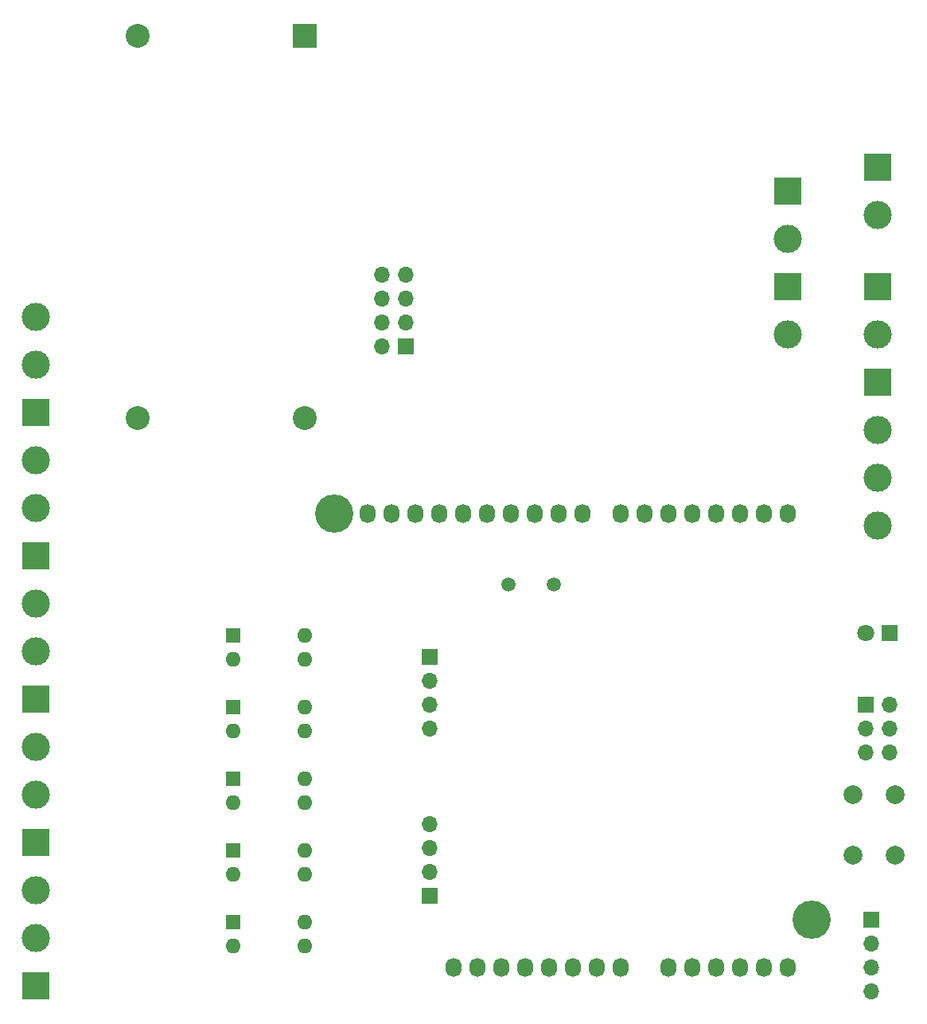
<source format=gbr>
%TF.GenerationSoftware,KiCad,Pcbnew,(5.1.12)-1*%
%TF.CreationDate,2022-07-12T11:00:18-05:00*%
%TF.ProjectId,mpe_v0.3,6d70655f-7630-42e3-932e-6b696361645f,rev?*%
%TF.SameCoordinates,Original*%
%TF.FileFunction,Soldermask,Bot*%
%TF.FilePolarity,Negative*%
%FSLAX46Y46*%
G04 Gerber Fmt 4.6, Leading zero omitted, Abs format (unit mm)*
G04 Created by KiCad (PCBNEW (5.1.12)-1) date 2022-07-12 11:00:18*
%MOMM*%
%LPD*%
G01*
G04 APERTURE LIST*
%ADD10R,1.700000X1.700000*%
%ADD11O,1.700000X1.700000*%
%ADD12C,1.500000*%
%ADD13C,2.000000*%
%ADD14C,1.800000*%
%ADD15R,1.800000X1.800000*%
%ADD16R,2.540000X2.540000*%
%ADD17C,2.540000*%
%ADD18C,3.000000*%
%ADD19R,3.000000X3.000000*%
%ADD20O,1.600000X1.600000*%
%ADD21R,1.600000X1.600000*%
%ADD22O,1.727200X2.032000*%
%ADD23C,4.064000*%
G04 APERTURE END LIST*
D10*
%TO.C,J16*%
X136398000Y-90805000D03*
D11*
X136398000Y-93345000D03*
X136398000Y-95885000D03*
X136398000Y-98425000D03*
%TD*%
%TO.C,J15*%
X136398000Y-108585000D03*
X136398000Y-111125000D03*
X136398000Y-113665000D03*
D10*
X136398000Y-116205000D03*
%TD*%
D12*
%TO.C,Y1*%
X149606000Y-83058000D03*
X144726000Y-83058000D03*
%TD*%
D11*
%TO.C,J11*%
X183388000Y-126365000D03*
X183388000Y-123825000D03*
X183388000Y-121285000D03*
D10*
X183388000Y-118745000D03*
%TD*%
D13*
%TO.C,SW1*%
X185928000Y-111910000D03*
X181428000Y-111910000D03*
X185928000Y-105410000D03*
X181428000Y-105410000D03*
%TD*%
D14*
%TO.C,D1*%
X182753000Y-88265000D03*
D15*
X185293000Y-88265000D03*
%TD*%
D16*
%TO.C,U7*%
X123063000Y-24765000D03*
D17*
X105283000Y-24765000D03*
X123063000Y-65405000D03*
X105283000Y-65405000D03*
%TD*%
D18*
%TO.C,J13*%
X184023000Y-56515000D03*
D19*
X184023000Y-51435000D03*
%TD*%
D18*
%TO.C,J12*%
X184023000Y-43815000D03*
D19*
X184023000Y-38735000D03*
%TD*%
D20*
%TO.C,U6*%
X123063000Y-118999000D03*
X115443000Y-121539000D03*
X123063000Y-121539000D03*
D21*
X115443000Y-118999000D03*
%TD*%
D20*
%TO.C,U5*%
X123063000Y-111379000D03*
X115443000Y-113919000D03*
X123063000Y-113919000D03*
D21*
X115443000Y-111379000D03*
%TD*%
D20*
%TO.C,U4*%
X123063000Y-103759000D03*
X115443000Y-106299000D03*
X123063000Y-106299000D03*
D21*
X115443000Y-103759000D03*
%TD*%
D20*
%TO.C,U3*%
X123063000Y-96139000D03*
X115443000Y-98679000D03*
X123063000Y-98679000D03*
D21*
X115443000Y-96139000D03*
%TD*%
D20*
%TO.C,U2*%
X123063000Y-88519000D03*
X115443000Y-91059000D03*
X123063000Y-91059000D03*
D21*
X115443000Y-88519000D03*
%TD*%
D18*
%TO.C,J10*%
X184023000Y-66675000D03*
X184023000Y-71755000D03*
D19*
X184023000Y-61595000D03*
D18*
X184023000Y-76835000D03*
%TD*%
%TO.C,J9*%
X94488000Y-115570000D03*
X94488000Y-120650000D03*
D19*
X94488000Y-125730000D03*
%TD*%
D18*
%TO.C,J8*%
X94488000Y-100330000D03*
X94488000Y-105410000D03*
D19*
X94488000Y-110490000D03*
%TD*%
D18*
%TO.C,J7*%
X94488000Y-85090000D03*
X94488000Y-90170000D03*
D19*
X94488000Y-95250000D03*
%TD*%
D18*
%TO.C,J6*%
X94488000Y-69850000D03*
X94488000Y-74930000D03*
D19*
X94488000Y-80010000D03*
%TD*%
D18*
%TO.C,J5*%
X94488000Y-54610000D03*
X94488000Y-59690000D03*
D19*
X94488000Y-64770000D03*
%TD*%
D11*
%TO.C,J4*%
X185293000Y-100965000D03*
X182753000Y-100965000D03*
X185293000Y-98425000D03*
X182753000Y-98425000D03*
X185293000Y-95885000D03*
D10*
X182753000Y-95885000D03*
%TD*%
D18*
%TO.C,J3*%
X174498000Y-56515000D03*
D19*
X174498000Y-51435000D03*
%TD*%
D18*
%TO.C,J2*%
X174498000Y-46355000D03*
D19*
X174498000Y-41275000D03*
%TD*%
D11*
%TO.C,J1*%
X131318000Y-50165000D03*
X133858000Y-50165000D03*
X131318000Y-52705000D03*
X133858000Y-52705000D03*
X131318000Y-55245000D03*
X133858000Y-55245000D03*
X131318000Y-57785000D03*
D10*
X133858000Y-57785000D03*
%TD*%
D22*
%TO.C,P1*%
X138938000Y-123825000D03*
X141478000Y-123825000D03*
X144018000Y-123825000D03*
X146558000Y-123825000D03*
X149098000Y-123825000D03*
X151638000Y-123825000D03*
X154178000Y-123825000D03*
X156718000Y-123825000D03*
%TD*%
%TO.C,P2*%
X161798000Y-123825000D03*
X164338000Y-123825000D03*
X166878000Y-123825000D03*
X169418000Y-123825000D03*
X171958000Y-123825000D03*
X174498000Y-123825000D03*
%TD*%
%TO.C,P3*%
X129794000Y-75565000D03*
X132334000Y-75565000D03*
X134874000Y-75565000D03*
X137414000Y-75565000D03*
X139954000Y-75565000D03*
X142494000Y-75565000D03*
X145034000Y-75565000D03*
X147574000Y-75565000D03*
X150114000Y-75565000D03*
X152654000Y-75565000D03*
%TD*%
%TO.C,P4*%
X156718000Y-75565000D03*
X159258000Y-75565000D03*
X161798000Y-75565000D03*
X164338000Y-75565000D03*
X166878000Y-75565000D03*
X169418000Y-75565000D03*
X171958000Y-75565000D03*
X174498000Y-75565000D03*
%TD*%
D23*
%TO.C,P6*%
X177038000Y-118745000D03*
%TD*%
%TO.C,P7*%
X126238000Y-75565000D03*
%TD*%
M02*

</source>
